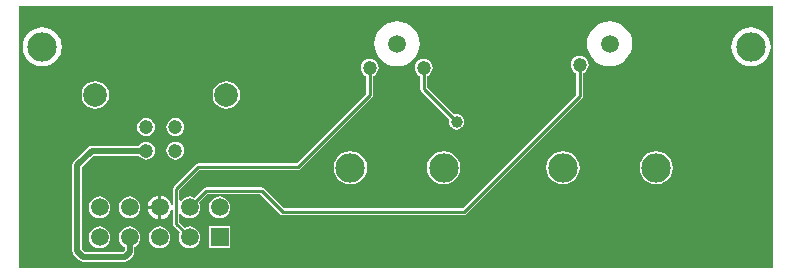
<source format=gtl>
G04 Layer_Physical_Order=1*
G04 Layer_Color=255*
%FSLAX23Y23*%
%MOIN*%
G70*
G01*
G75*
%ADD10C,0.020*%
%ADD11C,0.010*%
%ADD12R,0.059X0.059*%
%ADD13C,0.059*%
%ADD14C,0.079*%
%ADD15C,0.047*%
%ADD16C,0.098*%
%ADD17C,0.098*%
%ADD18C,0.039*%
G36*
X544Y-749D02*
X-1969D01*
Y125D01*
X544D01*
Y-749D01*
D02*
G37*
%LPC*%
G36*
X-1505Y-506D02*
X-1510Y-506D01*
X-1520Y-510D01*
X-1528Y-517D01*
X-1535Y-525D01*
X-1539Y-535D01*
X-1539Y-540D01*
X-1505D01*
Y-506D01*
D02*
G37*
G36*
X-1300Y-509D02*
X-1309Y-510D01*
X-1318Y-514D01*
X-1325Y-520D01*
X-1331Y-527D01*
X-1335Y-536D01*
X-1336Y-545D01*
X-1335Y-554D01*
X-1331Y-563D01*
X-1325Y-570D01*
X-1318Y-576D01*
X-1309Y-580D01*
X-1300Y-581D01*
X-1291Y-580D01*
X-1282Y-576D01*
X-1275Y-570D01*
X-1269Y-563D01*
X-1265Y-554D01*
X-1264Y-545D01*
X-1265Y-536D01*
X-1269Y-527D01*
X-1275Y-520D01*
X-1282Y-514D01*
X-1291Y-510D01*
X-1300Y-509D01*
D02*
G37*
G36*
X-864Y-358D02*
X-879Y-360D01*
X-892Y-365D01*
X-904Y-374D01*
X-912Y-386D01*
X-918Y-399D01*
X-920Y-413D01*
X-918Y-428D01*
X-912Y-441D01*
X-904Y-453D01*
X-892Y-462D01*
X-879Y-467D01*
X-864Y-469D01*
X-850Y-467D01*
X-836Y-462D01*
X-825Y-453D01*
X-816Y-441D01*
X-810Y-428D01*
X-808Y-413D01*
X-810Y-399D01*
X-816Y-386D01*
X-825Y-374D01*
X-836Y-365D01*
X-850Y-360D01*
X-864Y-358D01*
D02*
G37*
G36*
X-156D02*
X-170Y-360D01*
X-183Y-365D01*
X-195Y-374D01*
X-204Y-386D01*
X-209Y-399D01*
X-211Y-413D01*
X-209Y-428D01*
X-204Y-441D01*
X-195Y-453D01*
X-183Y-462D01*
X-170Y-467D01*
X-156Y-469D01*
X-141Y-467D01*
X-128Y-462D01*
X-116Y-453D01*
X-107Y-441D01*
X-102Y-428D01*
X-100Y-413D01*
X-102Y-399D01*
X-107Y-386D01*
X-116Y-374D01*
X-128Y-365D01*
X-141Y-360D01*
X-156Y-358D01*
D02*
G37*
G36*
X-553D02*
X-568Y-360D01*
X-581Y-365D01*
X-593Y-374D01*
X-601Y-386D01*
X-607Y-399D01*
X-609Y-413D01*
X-607Y-428D01*
X-601Y-441D01*
X-593Y-453D01*
X-581Y-462D01*
X-568Y-467D01*
X-553Y-469D01*
X-539Y-467D01*
X-525Y-462D01*
X-514Y-453D01*
X-505Y-441D01*
X-499Y-428D01*
X-497Y-413D01*
X-499Y-399D01*
X-505Y-386D01*
X-514Y-374D01*
X-525Y-365D01*
X-539Y-360D01*
X-553Y-358D01*
D02*
G37*
G36*
X-1600Y-509D02*
X-1609Y-510D01*
X-1618Y-514D01*
X-1625Y-520D01*
X-1631Y-527D01*
X-1635Y-536D01*
X-1636Y-545D01*
X-1635Y-554D01*
X-1631Y-563D01*
X-1625Y-570D01*
X-1618Y-576D01*
X-1609Y-580D01*
X-1600Y-581D01*
X-1591Y-580D01*
X-1582Y-576D01*
X-1575Y-570D01*
X-1569Y-563D01*
X-1565Y-554D01*
X-1564Y-545D01*
X-1565Y-536D01*
X-1569Y-527D01*
X-1575Y-520D01*
X-1582Y-514D01*
X-1591Y-510D01*
X-1600Y-509D01*
D02*
G37*
G36*
X-1500Y-609D02*
X-1509Y-610D01*
X-1518Y-614D01*
X-1525Y-620D01*
X-1531Y-627D01*
X-1535Y-636D01*
X-1536Y-645D01*
X-1535Y-654D01*
X-1531Y-663D01*
X-1525Y-670D01*
X-1518Y-676D01*
X-1509Y-680D01*
X-1500Y-681D01*
X-1491Y-680D01*
X-1482Y-676D01*
X-1475Y-670D01*
X-1469Y-663D01*
X-1465Y-654D01*
X-1464Y-645D01*
X-1465Y-636D01*
X-1469Y-627D01*
X-1475Y-620D01*
X-1482Y-614D01*
X-1491Y-610D01*
X-1500Y-609D01*
D02*
G37*
G36*
X-1700D02*
X-1709Y-610D01*
X-1718Y-614D01*
X-1725Y-620D01*
X-1731Y-627D01*
X-1735Y-636D01*
X-1736Y-645D01*
X-1735Y-654D01*
X-1731Y-663D01*
X-1725Y-670D01*
X-1718Y-676D01*
X-1709Y-680D01*
X-1700Y-681D01*
X-1691Y-680D01*
X-1682Y-676D01*
X-1675Y-670D01*
X-1669Y-663D01*
X-1665Y-654D01*
X-1664Y-645D01*
X-1665Y-636D01*
X-1669Y-627D01*
X-1675Y-620D01*
X-1682Y-614D01*
X-1691Y-610D01*
X-1700Y-609D01*
D02*
G37*
G36*
X-1264Y-609D02*
X-1336D01*
Y-681D01*
X-1264D01*
Y-609D01*
D02*
G37*
G36*
X-1700Y-509D02*
X-1709Y-510D01*
X-1718Y-514D01*
X-1725Y-520D01*
X-1731Y-527D01*
X-1735Y-536D01*
X-1736Y-545D01*
X-1735Y-554D01*
X-1731Y-563D01*
X-1725Y-570D01*
X-1718Y-576D01*
X-1709Y-580D01*
X-1700Y-581D01*
X-1691Y-580D01*
X-1682Y-576D01*
X-1675Y-570D01*
X-1669Y-563D01*
X-1665Y-554D01*
X-1664Y-545D01*
X-1665Y-536D01*
X-1669Y-527D01*
X-1675Y-520D01*
X-1682Y-514D01*
X-1691Y-510D01*
X-1700Y-509D01*
D02*
G37*
G36*
X-1505Y-550D02*
X-1539D01*
X-1539Y-555D01*
X-1535Y-565D01*
X-1528Y-573D01*
X-1520Y-580D01*
X-1510Y-584D01*
X-1505Y-584D01*
Y-550D01*
D02*
G37*
G36*
X156Y-358D02*
X141Y-360D01*
X128Y-365D01*
X116Y-374D01*
X107Y-386D01*
X102Y-399D01*
X100Y-413D01*
X102Y-428D01*
X107Y-441D01*
X116Y-453D01*
X128Y-462D01*
X141Y-467D01*
X156Y-469D01*
X170Y-467D01*
X183Y-462D01*
X195Y-453D01*
X204Y-441D01*
X209Y-428D01*
X211Y-413D01*
X209Y-399D01*
X204Y-386D01*
X195Y-374D01*
X183Y-365D01*
X170Y-360D01*
X156Y-358D01*
D02*
G37*
G36*
X-1891Y55D02*
X-1904Y54D01*
X-1916Y50D01*
X-1927Y44D01*
X-1937Y36D01*
X-1945Y26D01*
X-1951Y15D01*
X-1955Y3D01*
X-1956Y-10D01*
X-1955Y-23D01*
X-1951Y-35D01*
X-1945Y-46D01*
X-1937Y-56D01*
X-1927Y-64D01*
X-1916Y-70D01*
X-1904Y-74D01*
X-1891Y-75D01*
X-1878Y-74D01*
X-1866Y-70D01*
X-1855Y-64D01*
X-1845Y-56D01*
X-1837Y-46D01*
X-1830Y-35D01*
X-1827Y-23D01*
X-1825Y-10D01*
X-1827Y3D01*
X-1830Y15D01*
X-1837Y26D01*
X-1845Y36D01*
X-1855Y44D01*
X-1866Y50D01*
X-1878Y54D01*
X-1891Y55D01*
D02*
G37*
G36*
X-1278Y-125D02*
X-1289Y-127D01*
X-1300Y-131D01*
X-1310Y-139D01*
X-1317Y-148D01*
X-1322Y-159D01*
X-1323Y-171D01*
X-1322Y-183D01*
X-1317Y-194D01*
X-1310Y-203D01*
X-1300Y-211D01*
X-1289Y-215D01*
X-1278Y-217D01*
X-1266Y-215D01*
X-1255Y-211D01*
X-1245Y-203D01*
X-1238Y-194D01*
X-1233Y-183D01*
X-1232Y-171D01*
X-1233Y-159D01*
X-1238Y-148D01*
X-1245Y-139D01*
X-1255Y-131D01*
X-1266Y-127D01*
X-1278Y-125D01*
D02*
G37*
G36*
X-1715D02*
X-1726Y-127D01*
X-1737Y-131D01*
X-1747Y-139D01*
X-1754Y-148D01*
X-1759Y-159D01*
X-1760Y-171D01*
X-1759Y-183D01*
X-1754Y-194D01*
X-1747Y-203D01*
X-1737Y-211D01*
X-1726Y-215D01*
X-1715Y-217D01*
X-1703Y-215D01*
X-1692Y-211D01*
X-1682Y-203D01*
X-1675Y-194D01*
X-1670Y-183D01*
X-1669Y-171D01*
X-1670Y-159D01*
X-1675Y-148D01*
X-1682Y-139D01*
X-1692Y-131D01*
X-1703Y-127D01*
X-1715Y-125D01*
D02*
G37*
G36*
X0Y75D02*
X-15Y74D01*
X-29Y70D01*
X-42Y63D01*
X-53Y53D01*
X-63Y42D01*
X-70Y29D01*
X-74Y15D01*
X-75Y0D01*
X-74Y-15D01*
X-70Y-29D01*
X-63Y-42D01*
X-53Y-53D01*
X-42Y-63D01*
X-29Y-70D01*
X-15Y-74D01*
X0Y-75D01*
X15Y-74D01*
X29Y-70D01*
X42Y-63D01*
X53Y-53D01*
X63Y-42D01*
X70Y-29D01*
X74Y-15D01*
X75Y0D01*
X74Y15D01*
X70Y29D01*
X63Y42D01*
X53Y53D01*
X42Y63D01*
X29Y70D01*
X15Y74D01*
X0Y75D01*
D02*
G37*
G36*
X-709D02*
X-723Y74D01*
X-737Y70D01*
X-750Y63D01*
X-762Y53D01*
X-771Y42D01*
X-778Y29D01*
X-782Y15D01*
X-784Y0D01*
X-782Y-15D01*
X-778Y-29D01*
X-771Y-42D01*
X-762Y-53D01*
X-750Y-63D01*
X-737Y-70D01*
X-723Y-74D01*
X-709Y-75D01*
X-694Y-74D01*
X-680Y-70D01*
X-667Y-63D01*
X-655Y-53D01*
X-646Y-42D01*
X-639Y-29D01*
X-635Y-15D01*
X-633Y0D01*
X-635Y15D01*
X-639Y29D01*
X-646Y42D01*
X-655Y53D01*
X-667Y63D01*
X-680Y70D01*
X-694Y74D01*
X-709Y75D01*
D02*
G37*
G36*
X471Y55D02*
X459Y54D01*
X446Y50D01*
X435Y44D01*
X425Y36D01*
X417Y26D01*
X411Y15D01*
X407Y3D01*
X406Y-10D01*
X407Y-23D01*
X411Y-35D01*
X417Y-46D01*
X425Y-56D01*
X435Y-64D01*
X446Y-70D01*
X459Y-74D01*
X471Y-75D01*
X484Y-74D01*
X496Y-70D01*
X508Y-64D01*
X518Y-56D01*
X526Y-46D01*
X532Y-35D01*
X535Y-23D01*
X537Y-10D01*
X535Y3D01*
X532Y15D01*
X526Y26D01*
X518Y36D01*
X508Y44D01*
X496Y50D01*
X484Y54D01*
X471Y55D01*
D02*
G37*
G36*
X-1447Y-327D02*
X-1455Y-328D01*
X-1462Y-331D01*
X-1468Y-335D01*
X-1473Y-342D01*
X-1476Y-349D01*
X-1477Y-356D01*
X-1476Y-364D01*
X-1473Y-371D01*
X-1468Y-378D01*
X-1462Y-382D01*
X-1455Y-385D01*
X-1447Y-386D01*
X-1439Y-385D01*
X-1432Y-382D01*
X-1426Y-378D01*
X-1421Y-371D01*
X-1418Y-364D01*
X-1417Y-356D01*
X-1418Y-349D01*
X-1421Y-342D01*
X-1426Y-335D01*
X-1432Y-331D01*
X-1439Y-328D01*
X-1447Y-327D01*
D02*
G37*
G36*
X-1545D02*
X-1553Y-328D01*
X-1560Y-331D01*
X-1566Y-335D01*
X-1570Y-340D01*
X-1726D01*
X-1733Y-341D01*
X-1738Y-345D01*
X-1787Y-393D01*
X-1790Y-399D01*
X-1791Y-405D01*
Y-690D01*
X-1790Y-696D01*
X-1787Y-702D01*
X-1767Y-722D01*
X-1761Y-725D01*
X-1755Y-726D01*
X-1615D01*
X-1609Y-725D01*
X-1603Y-722D01*
X-1588Y-707D01*
X-1585Y-701D01*
X-1584Y-695D01*
Y-677D01*
X-1582Y-676D01*
X-1575Y-670D01*
X-1569Y-663D01*
X-1565Y-654D01*
X-1564Y-645D01*
X-1565Y-636D01*
X-1569Y-627D01*
X-1575Y-620D01*
X-1582Y-614D01*
X-1591Y-610D01*
X-1600Y-609D01*
X-1609Y-610D01*
X-1618Y-614D01*
X-1625Y-620D01*
X-1631Y-627D01*
X-1635Y-636D01*
X-1636Y-645D01*
X-1635Y-654D01*
X-1631Y-663D01*
X-1625Y-670D01*
X-1618Y-676D01*
X-1616Y-677D01*
Y-688D01*
X-1622Y-694D01*
X-1748D01*
X-1759Y-683D01*
Y-412D01*
X-1720Y-373D01*
X-1570D01*
X-1566Y-378D01*
X-1560Y-382D01*
X-1553Y-385D01*
X-1545Y-386D01*
X-1538Y-385D01*
X-1530Y-382D01*
X-1524Y-378D01*
X-1519Y-371D01*
X-1516Y-364D01*
X-1515Y-356D01*
X-1516Y-349D01*
X-1519Y-342D01*
X-1524Y-335D01*
X-1530Y-331D01*
X-1538Y-328D01*
X-1545Y-327D01*
D02*
G37*
G36*
X-100Y-40D02*
X-108Y-41D01*
X-115Y-44D01*
X-121Y-49D01*
X-126Y-55D01*
X-129Y-62D01*
X-130Y-70D01*
X-129Y-78D01*
X-126Y-85D01*
X-121Y-91D01*
X-115Y-96D01*
X-111Y-97D01*
Y-170D01*
X-490Y-549D01*
X-1085D01*
X-1152Y-482D01*
X-1156Y-480D01*
X-1160Y-479D01*
X-1160Y-479D01*
X-1345D01*
X-1349Y-480D01*
X-1353Y-482D01*
X-1353Y-482D01*
X-1384Y-513D01*
X-1391Y-510D01*
X-1400Y-509D01*
X-1409Y-510D01*
X-1418Y-514D01*
X-1425Y-520D01*
X-1429Y-524D01*
X-1434Y-522D01*
Y-489D01*
X-1366Y-421D01*
X-1039D01*
X-1039Y-421D01*
X-1034Y-420D01*
X-1031Y-418D01*
X-792Y-179D01*
X-792Y-179D01*
X-790Y-176D01*
X-789Y-171D01*
X-789Y-171D01*
Y-107D01*
X-785Y-106D01*
X-779Y-101D01*
X-774Y-95D01*
X-771Y-88D01*
X-770Y-80D01*
X-771Y-72D01*
X-774Y-65D01*
X-779Y-59D01*
X-785Y-54D01*
X-792Y-51D01*
X-800Y-50D01*
X-808Y-51D01*
X-815Y-54D01*
X-821Y-59D01*
X-826Y-65D01*
X-829Y-72D01*
X-830Y-80D01*
X-829Y-88D01*
X-826Y-95D01*
X-821Y-101D01*
X-815Y-106D01*
X-811Y-107D01*
Y-167D01*
X-1043Y-399D01*
X-1371D01*
X-1371Y-399D01*
X-1375Y-400D01*
X-1379Y-402D01*
X-1453Y-476D01*
X-1455Y-480D01*
X-1456Y-484D01*
X-1456Y-484D01*
Y-536D01*
X-1461Y-537D01*
X-1461Y-535D01*
X-1465Y-525D01*
X-1472Y-517D01*
X-1480Y-510D01*
X-1490Y-506D01*
X-1495Y-506D01*
Y-545D01*
Y-584D01*
X-1490Y-584D01*
X-1480Y-580D01*
X-1472Y-573D01*
X-1465Y-565D01*
X-1461Y-555D01*
X-1461Y-553D01*
X-1456Y-554D01*
Y-600D01*
X-1456Y-600D01*
X-1455Y-604D01*
X-1453Y-608D01*
X-1432Y-629D01*
X-1435Y-636D01*
X-1436Y-645D01*
X-1435Y-654D01*
X-1431Y-663D01*
X-1425Y-670D01*
X-1418Y-676D01*
X-1409Y-680D01*
X-1400Y-681D01*
X-1391Y-680D01*
X-1382Y-676D01*
X-1375Y-670D01*
X-1369Y-663D01*
X-1365Y-654D01*
X-1364Y-645D01*
X-1365Y-636D01*
X-1369Y-627D01*
X-1375Y-620D01*
X-1382Y-614D01*
X-1391Y-610D01*
X-1400Y-609D01*
X-1409Y-610D01*
X-1416Y-613D01*
X-1434Y-595D01*
Y-568D01*
X-1429Y-566D01*
X-1425Y-570D01*
X-1418Y-576D01*
X-1409Y-580D01*
X-1400Y-581D01*
X-1391Y-580D01*
X-1382Y-576D01*
X-1375Y-570D01*
X-1369Y-563D01*
X-1365Y-554D01*
X-1364Y-545D01*
X-1365Y-536D01*
X-1368Y-529D01*
X-1340Y-501D01*
X-1165D01*
X-1098Y-568D01*
X-1098Y-568D01*
X-1094Y-570D01*
X-1090Y-571D01*
X-485D01*
X-485Y-571D01*
X-481Y-570D01*
X-477Y-568D01*
X-92Y-183D01*
X-92Y-183D01*
X-90Y-179D01*
X-89Y-175D01*
Y-97D01*
X-85Y-96D01*
X-79Y-91D01*
X-74Y-85D01*
X-71Y-78D01*
X-70Y-70D01*
X-71Y-62D01*
X-74Y-55D01*
X-79Y-49D01*
X-85Y-44D01*
X-92Y-41D01*
X-100Y-40D01*
D02*
G37*
G36*
X-620Y-50D02*
X-628Y-51D01*
X-635Y-54D01*
X-641Y-59D01*
X-646Y-65D01*
X-649Y-72D01*
X-650Y-80D01*
X-649Y-88D01*
X-646Y-95D01*
X-641Y-101D01*
X-635Y-106D01*
X-631Y-107D01*
Y-150D01*
X-631Y-150D01*
X-630Y-154D01*
X-628Y-158D01*
X-534Y-252D01*
X-535Y-253D01*
X-536Y-260D01*
X-535Y-267D01*
X-532Y-273D01*
X-528Y-278D01*
X-523Y-282D01*
X-517Y-285D01*
X-510Y-286D01*
X-503Y-285D01*
X-497Y-282D01*
X-492Y-278D01*
X-488Y-273D01*
X-485Y-267D01*
X-484Y-260D01*
X-485Y-253D01*
X-488Y-247D01*
X-492Y-242D01*
X-497Y-238D01*
X-503Y-235D01*
X-510Y-234D01*
X-517Y-235D01*
X-518Y-236D01*
X-609Y-145D01*
Y-107D01*
X-605Y-106D01*
X-599Y-101D01*
X-594Y-95D01*
X-591Y-88D01*
X-590Y-80D01*
X-591Y-72D01*
X-594Y-65D01*
X-599Y-59D01*
X-605Y-54D01*
X-612Y-51D01*
X-620Y-50D01*
D02*
G37*
G36*
X-1447Y-248D02*
X-1455Y-249D01*
X-1462Y-252D01*
X-1468Y-257D01*
X-1473Y-263D01*
X-1476Y-270D01*
X-1477Y-278D01*
X-1476Y-285D01*
X-1473Y-293D01*
X-1468Y-299D01*
X-1462Y-304D01*
X-1455Y-307D01*
X-1447Y-308D01*
X-1439Y-307D01*
X-1432Y-304D01*
X-1426Y-299D01*
X-1421Y-293D01*
X-1418Y-285D01*
X-1417Y-278D01*
X-1418Y-270D01*
X-1421Y-263D01*
X-1426Y-257D01*
X-1432Y-252D01*
X-1439Y-249D01*
X-1447Y-248D01*
D02*
G37*
G36*
X-1545D02*
X-1553Y-249D01*
X-1560Y-252D01*
X-1566Y-257D01*
X-1571Y-263D01*
X-1574Y-270D01*
X-1575Y-278D01*
X-1574Y-285D01*
X-1571Y-293D01*
X-1566Y-299D01*
X-1560Y-304D01*
X-1553Y-307D01*
X-1545Y-308D01*
X-1538Y-307D01*
X-1530Y-304D01*
X-1524Y-299D01*
X-1519Y-293D01*
X-1516Y-285D01*
X-1515Y-278D01*
X-1516Y-270D01*
X-1519Y-263D01*
X-1524Y-257D01*
X-1530Y-252D01*
X-1538Y-249D01*
X-1545Y-248D01*
D02*
G37*
%LPD*%
D10*
X-1600Y-695D02*
Y-645D01*
X-1615Y-710D02*
X-1600Y-695D01*
X-1755Y-710D02*
X-1615D01*
X-1775Y-690D02*
X-1755Y-710D01*
X-1775Y-690D02*
Y-405D01*
X-1726Y-356D01*
X-1545D01*
D11*
X-1345Y-490D02*
X-1160D01*
X-1090Y-560D02*
X-485D01*
X-1160Y-490D02*
X-1090Y-560D01*
X-1400Y-545D02*
X-1345Y-490D01*
X-1445Y-600D02*
X-1400Y-645D01*
X-1445Y-600D02*
Y-484D01*
X-800Y-171D02*
Y-80D01*
X-485Y-560D02*
X-100Y-175D01*
Y-70D01*
X-620Y-150D02*
Y-80D01*
Y-150D02*
X-510Y-260D01*
X-1445Y-484D02*
X-1371Y-410D01*
X-1039D01*
X-800Y-171D01*
D12*
X-1300Y-645D02*
D03*
D13*
Y-545D02*
D03*
X-1400Y-645D02*
D03*
Y-545D02*
D03*
X-1500Y-645D02*
D03*
Y-545D02*
D03*
X-1600Y-645D02*
D03*
Y-545D02*
D03*
X-1700D02*
D03*
Y-645D02*
D03*
X-709Y0D02*
D03*
X0D02*
D03*
D14*
X-1715Y-171D02*
D03*
X-1278D02*
D03*
D15*
X-1447Y-356D02*
D03*
Y-278D02*
D03*
X-1545Y-356D02*
D03*
Y-278D02*
D03*
X-1900Y-200D02*
D03*
X-1200Y-250D02*
D03*
X-900Y-200D02*
D03*
X400D02*
D03*
X-500Y-160D02*
D03*
X400Y-100D02*
D03*
Y-400D02*
D03*
X-900Y-700D02*
D03*
X0D02*
D03*
X400D02*
D03*
X-500D02*
D03*
X-1145Y-640D02*
D03*
X-1900Y-700D02*
D03*
X-620Y-80D02*
D03*
X-800D02*
D03*
X-100Y-70D02*
D03*
D16*
X471Y-10D02*
D03*
X-1891D02*
D03*
D17*
X-864Y-413D02*
D03*
X-553D02*
D03*
X156D02*
D03*
X-156D02*
D03*
D18*
X-510Y-260D02*
D03*
X-1190Y-450D02*
D03*
M02*

</source>
